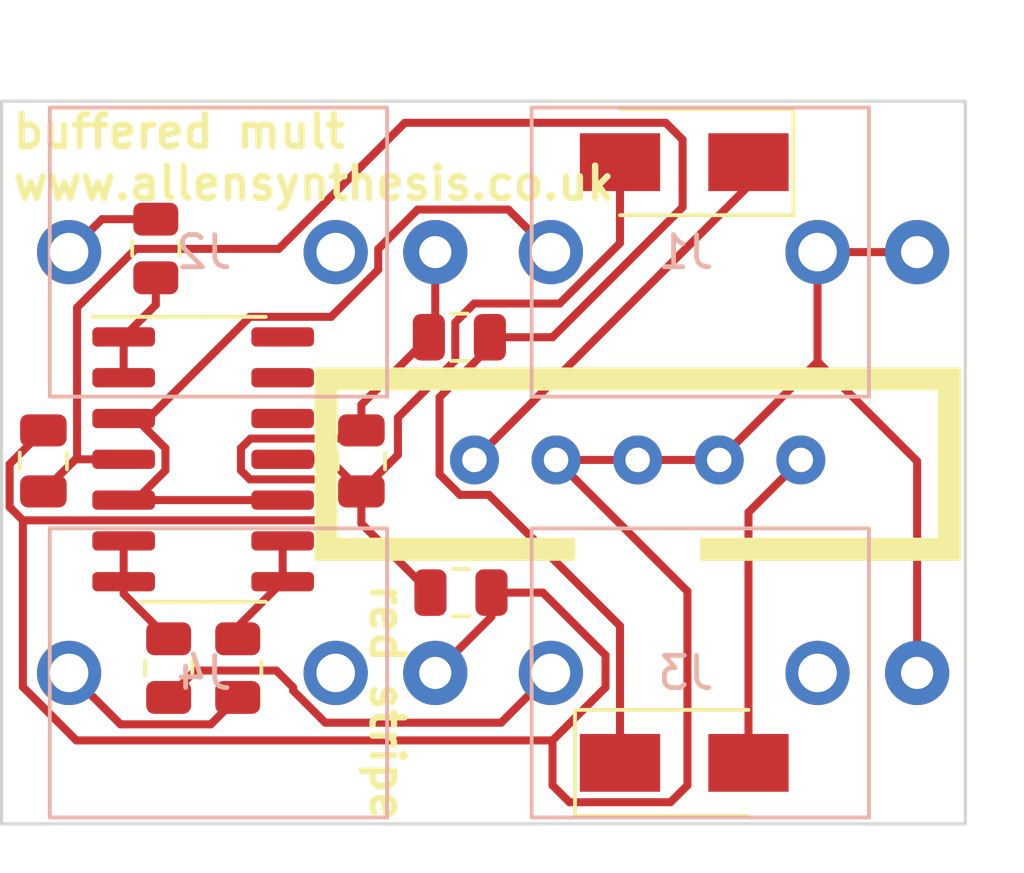
<source format=kicad_pcb>
(kicad_pcb (version 20211014) (generator pcbnew)
  (layers (0 "F.Cu" signal) (31 "B.Cu" signal) (34 "B.Paste" user) (35 "F.Paste" user) (36 "B.SilkS" user "B.Silkscreen") (37 "F.SilkS" user "F.Silkscreen") (38 "B.Mask" user) (39 "F.Mask" user) (44 "Edge.Cuts" user))
  (net 0 "")
  (net 1 "+12V")
  (net 2 "Earth")
  (net 3 "-12V")
  (net 5 "Net-(J2-Pad3)")
  (net 7 "Net-(J3-Pad3)")
  (net 9 "Net-(J4-Pad3)")
  (net 10 "Net-(R3-Pad1)")
  (net 11 "Net-(R2-Pad1)")
  (net 12 "Net-(R1-Pad1)")
  (net 13 "Net-(J5-Pad5)")
  (net 14 "Net-(J5-Pad1)")
  (net 15 "Net-(J1-Pad3)")
  (footprint "Diode_SMD:D_SMA" (layer "F.Cu") (at 21.25 1.9 180)
    (fp_text reference "D2" hide)
    (fp_text value "DIODE_JLC")
    (fp_line (start -3.4 -1.65) (end 2 -1.65) (layer "F.SilkS") (width 0.12))
    (fp_line (start -3.4 1.65) (end 2 1.65) (layer "F.SilkS") (width 0.12))
    (fp_line (start -3.4 -1.65) (end -3.4 1.65) (layer "F.SilkS") (width 0.12))
    (pad "1" smd rect (at -2 0 180) (size 2.5 1.8) (layers "F.Cu" "F.Paste" "F.Mask") (net 14 "Net-(J5-Pad1)"))
    (pad "2" smd rect (at 2 0 180) (size 2.5 1.8) (layers "F.Cu" "F.Paste" "F.Mask") (net 3 "-12V"))
  )
  (footprint "Resistor_SMD:R_0805_2012Metric" (layer "F.Cu") (at 7.35 17.65 -90)
    (fp_text reference "R3" hide)
    (fp_text value "1K")
    (fp_line (start -0.227064 -0.735) (end 0.227064 -0.735) (layer "F.SilkS") (width 0.12))
    (fp_line (start -0.227064 0.735) (end 0.227064 0.735) (layer "F.SilkS") (width 0.12))
    (pad "1" smd roundrect (at -0.9125 0 270) (size 1.025 1.4) (layers "F.Cu" "F.Paste" "F.Mask") (roundrect_rratio 0.243902439) (net 10 "Net-(R3-Pad1)"))
    (pad "2" smd roundrect (at 0.9125 0 270) (size 1.025 1.4) (layers "F.Cu" "F.Paste" "F.Mask") (roundrect_rratio 0.243902439) (net 9 "Net-(J4-Pad3)"))
  )
  (footprint "Capacitor_SMD:C_0805_2012Metric" (layer "F.Cu") (at 14.3 15.3 180)
    (fp_text reference "C2" hide)
    (fp_text value "10u")
    (fp_line (start -0.261252 0.735) (end 0.261252 0.735) (layer "F.SilkS") (width 0.12))
    (fp_line (start -0.261252 -0.735) (end 0.261252 -0.735) (layer "F.SilkS") (width 0.12))
    (pad "1" smd roundrect (at -0.95 0 180) (size 1 1.45) (layers "F.Cu" "F.Paste" "F.Mask") (net 2 "Earth"))
    (pad "2" smd roundrect (at 0.95 0 180) (size 1 1.45) (layers "F.Cu" "F.Paste" "F.Mask") (net 3 "-12V"))
  )
  (footprint "Eurorack:Eurorack Power Header Unlabeled Half" (layer "F.Cu") (at 19.8 9.9 180)
    (fp_text reference "J5" hide)
    (fp_text value "Eurorack Power Connector Half")
    (fp_poly (pts (xy -10 1.55) (xy 10 1.55) (xy 10 -4.35) (xy 2 -4.35) (xy 2 -3.75) (xy 9.4 -3.75) (xy 9.4 0.95) (xy -9.4 0.95) (xy -9.4 -3.75) (xy -2 -3.75) (xy -2 -4.35) (xy -10 -4.35)) (layer "F.SilkS") (width 0.12) (fill solid))
    (pad "1" thru_hole circle (at 5.08 -1.27 180) (size 1.524 1.524) (drill 0.762) (layers *.Cu *.Mask) (net 14 "Net-(J5-Pad1)"))
    (pad "2" thru_hole circle (at 2.54 -1.27 180) (size 1.524 1.524) (drill 0.762) (layers *.Cu *.Mask) (net 2 "Earth"))
    (pad "3" thru_hole circle (at 0 -1.27 180) (size 1.524 1.524) (drill 0.762) (layers *.Cu *.Mask) (net 2 "Earth"))
    (pad "4" thru_hole circle (at -2.54 -1.27 180) (size 1.524 1.524) (drill 0.762) (layers *.Cu *.Mask) (net 2 "Earth"))
    (pad "5" thru_hole circle (at -5.08 -1.27 180) (size 1.524 1.524) (drill 0.762) (layers *.Cu *.Mask) (net 13 "Net-(J5-Pad5)"))
  )
  (footprint "Resistor_SMD:R_0805_2012Metric" (layer "F.Cu") (at 5.2 17.65 -90)
    (fp_text reference "R2" hide)
    (fp_text value "1K")
    (fp_line (start -0.227064 -0.735) (end 0.227064 -0.735) (layer "F.SilkS") (width 0.12))
    (fp_line (start -0.227064 0.735) (end 0.227064 0.735) (layer "F.SilkS") (width 0.12))
    (pad "1" smd roundrect (at -0.9125 0 270) (size 1.025 1.4) (layers "F.Cu" "F.Paste" "F.Mask") (roundrect_rratio 0.243902439) (net 11 "Net-(R2-Pad1)"))
    (pad "2" smd roundrect (at 0.9125 0 270) (size 1.025 1.4) (layers "F.Cu" "F.Paste" "F.Mask") (roundrect_rratio 0.243902439) (net 7 "Net-(J3-Pad3)"))
  )
  (footprint "Capacitor_SMD:C_0805_2012Metric" (layer "F.Cu") (at 14.25 7.35 180)
    (fp_text reference "C1" hide)
    (fp_text value "10u")
    (fp_line (start -0.261252 0.735) (end 0.261252 0.735) (layer "F.SilkS") (width 0.12))
    (fp_line (start -0.261252 -0.735) (end 0.261252 -0.735) (layer "F.SilkS") (width 0.12))
    (pad "1" smd roundrect (at -0.95 0 180) (size 1 1.45) (layers "F.Cu" "F.Paste" "F.Mask") (net 1 "+12V"))
    (pad "2" smd roundrect (at 0.95 0 180) (size 1 1.45) (layers "F.Cu" "F.Paste" "F.Mask") (net 2 "Earth"))
  )
  (footprint "Capacitor_SMD:C_0805_2012Metric" (layer "F.Cu") (at 11.2 11.2 -90)
    (fp_text reference "C4" hide)
    (fp_text value "100n")
    (fp_line (start -0.261252 0.735) (end 0.261252 0.735) (layer "F.SilkS") (width 0.12))
    (fp_line (start -0.261252 -0.735) (end 0.261252 -0.735) (layer "F.SilkS") (width 0.12))
    (pad "1" smd roundrect (at -0.95 0 270) (size 1 1.45) (layers "F.Cu" "F.Paste" "F.Mask") (net 2 "Earth"))
    (pad "2" smd roundrect (at 0.95 0 270) (size 1 1.45) (layers "F.Cu" "F.Paste" "F.Mask") (net 3 "-12V"))
  )
  (footprint "Diode_SMD:D_SMA" (layer "F.Cu") (at 21.25 20.6)
    (fp_text reference "D1" hide)
    (fp_text value "DIODE_JLC")
    (fp_line (start -3.4 1.65) (end 2 1.65) (layer "F.SilkS") (width 0.12))
    (fp_line (start -3.4 -1.65) (end 2 -1.65) (layer "F.SilkS") (width 0.12))
    (fp_line (start -3.4 -1.65) (end -3.4 1.65) (layer "F.SilkS") (width 0.12))
    (pad "1" smd rect (at -2 0) (size 2.5 1.8) (layers "F.Cu" "F.Paste" "F.Mask") (net 1 "+12V"))
    (pad "2" smd rect (at 2 0) (size 2.5 1.8) (layers "F.Cu" "F.Paste" "F.Mask") (net 13 "Net-(J5-Pad5)"))
  )
  (footprint "Package_SO:SOIC-14_3.9x8.7mm_P1.27mm" (layer "F.Cu") (at 6.275 11.15)
    (fp_text reference "IC1" hide)
    (fp_text value "TL074")
    (fp_line (start 0 -4.435) (end 1.95 -4.435) (layer "F.SilkS") (width 0.12))
    (fp_line (start 0 -4.435) (end -3.45 -4.435) (layer "F.SilkS") (width 0.12))
    (fp_line (start 0 4.435) (end 1.95 4.435) (layer "F.SilkS") (width 0.12))
    (fp_line (start 0 4.435) (end -1.95 4.435) (layer "F.SilkS") (width 0.12))
    (pad "1" smd roundrect (at -2.475 -3.81) (size 1.95 0.6) (layers "F.Cu" "F.Paste" "F.Mask") (net 12 "Net-(R1-Pad1)"))
    (pad "2" smd roundrect (at -2.475 -2.54) (size 1.95 0.6) (layers "F.Cu" "F.Paste" "F.Mask") (net 12 "Net-(R1-Pad1)"))
    (pad "3" smd roundrect (at -2.475 -1.27) (size 1.95 0.6) (layers "F.Cu" "F.Paste" "F.Mask") (net 15 "Net-(J1-Pad3)"))
    (pad "4" smd roundrect (at -2.475 0) (size 1.95 0.6) (layers "F.Cu" "F.Paste" "F.Mask") (net 1 "+12V"))
    (pad "5" smd roundrect (at -2.475 1.27) (size 1.95 0.6) (layers "F.Cu" "F.Paste" "F.Mask") (net 15 "Net-(J1-Pad3)"))
    (pad "6" smd roundrect (at -2.475 2.54) (size 1.95 0.6) (layers "F.Cu" "F.Paste" "F.Mask") (net 11 "Net-(R2-Pad1)"))
    (pad "7" smd roundrect (at -2.475 3.81) (size 1.95 0.6) (layers "F.Cu" "F.Paste" "F.Mask") (net 11 "Net-(R2-Pad1)"))
    (pad "8" smd roundrect (at 2.475 3.81) (size 1.95 0.6) (layers "F.Cu" "F.Paste" "F.Mask") (net 10 "Net-(R3-Pad1)"))
    (pad "9" smd roundrect (at 2.475 2.54) (size 1.95 0.6) (layers "F.Cu" "F.Paste" "F.Mask") (net 10 "Net-(R3-Pad1)"))
    (pad "10" smd roundrect (at 2.475 1.27) (size 1.95 0.6) (layers "F.Cu" "F.Paste" "F.Mask") (net 15 "Net-(J1-Pad3)"))
    (pad "11" smd roundrect (at 2.475 0) (size 1.95 0.6) (layers "F.Cu" "F.Paste" "F.Mask") (net 3 "-12V"))
    (pad "12" smd roundrect (at 2.475 -1.27) (size 1.95 0.6) (layers "F.Cu" "F.Paste" "F.Mask"))
    (pad "13" smd roundrect (at 2.475 -2.54) (size 1.95 0.6) (layers "F.Cu" "F.Paste" "F.Mask"))
    (pad "14" smd roundrect (at 2.475 -3.81) (size 1.95 0.6) (layers "F.Cu" "F.Paste" "F.Mask"))
  )
  (footprint "Resistor_SMD:R_0805_2012Metric" (layer "F.Cu") (at 4.8 4.5875 90)
    (fp_text reference "R1" hide)
    (fp_text value "1K")
    (fp_line (start -0.227064 -0.735) (end 0.227064 -0.735) (layer "F.SilkS") (width 0.12))
    (fp_line (start -0.227064 0.735) (end 0.227064 0.735) (layer "F.SilkS") (width 0.12))
    (pad "1" smd roundrect (at -0.9125 0 90) (size 1.025 1.4) (layers "F.Cu" "F.Paste" "F.Mask") (roundrect_rratio 0.243902439) (net 12 "Net-(R1-Pad1)"))
    (pad "2" smd roundrect (at 0.9125 0 90) (size 1.025 1.4) (layers "F.Cu" "F.Paste" "F.Mask") (roundrect_rratio 0.243902439) (net 5 "Net-(J2-Pad3)"))
  )
  (footprint "Capacitor_SMD:C_0805_2012Metric" (layer "F.Cu") (at 1.3 11.2 90)
    (fp_text reference "C3" hide)
    (fp_text value "100n")
    (fp_line (start -0.261252 0.735) (end 0.261252 0.735) (layer "F.SilkS") (width 0.12))
    (fp_line (start -0.261252 -0.735) (end 0.261252 -0.735) (layer "F.SilkS") (width 0.12))
    (pad "1" smd roundrect (at -0.95 0 90) (size 1 1.45) (layers "F.Cu" "F.Paste" "F.Mask") (net 1 "+12V"))
    (pad "2" smd roundrect (at 0.95 0 90) (size 1 1.45) (layers "F.Cu" "F.Paste" "F.Mask") (net 2 "Earth"))
  )
  (footprint "Eurorack:Thonkiconn Mono Jack" (layer "B.Cu") (at 22.5 4.7 180)
    (fp_text reference "J1" (at 1.2 0 unlocked) (layer "B.SilkS") (effects (justify mirror)))
    (fp_text value "Mult In 1")
    (fp_rect (start -4.5 -4.5) (end 6 4.5) (layer "B.SilkS") (width 0.12) (fill none))
    (pad "1" thru_hole circle (at -6 0 180) (size 2 2) (drill 1) (layers *.Cu *.Mask) (net 2 "Earth"))
    (pad "2" thru_hole circle (at -2.9 0 180) (size 2 2) (drill 1.2) (layers *.Cu *.Mask) (net 2 "Earth"))
    (pad "3" thru_hole circle (at 5.4 0 180) (size 2 2) (drill 1.2) (layers *.Cu *.Mask) (net 15 "Net-(J1-Pad3)"))
  )
  (footprint "Eurorack:Thonkiconn Mono Jack" (layer "B.Cu") (at 7.5 17.8 180)
    (fp_text reference "J4" (at 1.2 0 unlocked) (layer "B.SilkS") (effects (justify mirror)))
    (fp_text value "Mult Out 3")
    (fp_rect (start -4.5 -4.5) (end 6 4.5) (layer "B.SilkS") (width 0.12) (fill none))
    (pad "1" thru_hole circle (at -6 0 180) (size 2 2) (drill 1) (layers *.Cu *.Mask) (net 2 "Earth"))
    (pad "2" thru_hole circle (at -2.9 0 180) (size 2 2) (drill 1.2) (layers *.Cu *.Mask))
    (pad "3" thru_hole circle (at 5.4 0 180) (size 2 2) (drill 1.2) (layers *.Cu *.Mask) (net 9 "Net-(J4-Pad3)"))
  )
  (footprint "Eurorack:Thonkiconn Mono Jack" (layer "B.Cu") (at 22.5 17.8 180)
    (fp_text reference "J3" (at 1.2 0 unlocked) (layer "B.SilkS") (effects (justify mirror)))
    (fp_text value "Mult Out 2")
    (fp_rect (start -4.5 -4.5) (end 6 4.5) (layer "B.SilkS") (width 0.12) (fill none))
    (pad "1" thru_hole circle (at -6 0 180) (size 2 2) (drill 1) (layers *.Cu *.Mask) (net 2 "Earth"))
    (pad "2" thru_hole circle (at -2.9 0 180) (size 2 2) (drill 1.2) (layers *.Cu *.Mask))
    (pad "3" thru_hole circle (at 5.4 0 180) (size 2 2) (drill 1.2) (layers *.Cu *.Mask) (net 7 "Net-(J3-Pad3)"))
  )
  (footprint "Eurorack:Thonkiconn Mono Jack" (layer "B.Cu") (at 7.5 4.7 180)
    (fp_text reference "J2" (at 1.2 0 unlocked) (layer "B.SilkS") (effects (justify mirror)))
    (fp_text value "Mult Out 1")
    (fp_rect (start -4.5 -4.5) (end 6 4.5) (layer "B.SilkS") (width 0.12) (fill none))
    (pad "1" thru_hole circle (at -6 0 180) (size 2 2) (drill 1) (layers *.Cu *.Mask) (net 2 "Earth"))
    (pad "2" thru_hole circle (at -2.9 0 180) (size 2 2) (drill 1.2) (layers *.Cu *.Mask))
    (pad "3" thru_hole circle (at 5.4 0 180) (size 2 2) (drill 1.2) (layers *.Cu *.Mask) (net 5 "Net-(J2-Pad3)"))
  )
  (gr_rect (start 0 0) (end 30 22.5) (layer "Edge.Cuts") (width 0.1) (fill none))
  (gr_text "buffered mult\nwww.allensynthesis.co.uk\n" (at 0.25 1.75) (layer "F.SilkS") (effects (font (size 1 1) (thickness 0.2)) (justify left)))
  (gr_text "red\n" (at 12 16.25 270) (layer "F.SilkS") (effects (font (size 1 1) (thickness 0.2))))
  (gr_text "stripe\n" (at 12 20.25 270) (layer "F.SilkS") (effects (font (size 1 1) (thickness 0.2))))
  (segment (start 2.34952 6.425487) (end 4.175007 4.6) (width 0.25) (layer "F.Cu") (net 1))
  (segment (start 2.3 11.15) (end 2.34952 11.10048) (width 0.25) (layer "F.Cu") (net 1))
  (segment (start 20.675489 0.675489) (end 21.2 1.2) (width 0.25) (layer "F.Cu") (net 1))
  (segment (start 8.626857 4.6) (end 12.551368 0.675489) (width 0.25) (layer "F.Cu") (net 1))
  (segment (start 15.170049 12.256511) (end 14.269951 12.256511) (width 0.25) (layer "F.Cu") (net 1))
  (segment (start 21.2 3.3) (end 17.15 7.35) (width 0.25) (layer "F.Cu") (net 1))
  (segment (start 21.2 1.2) (end 21.2 3.3) (width 0.25) (layer "F.Cu") (net 1))
  (segment (start 12.551368 0.675489) (end 20.675489 0.675489) (width 0.25) (layer "F.Cu") (net 1))
  (segment (start 19.25 20.6) (end 19.25 16.336462) (width 0.25) (layer "F.Cu") (net 1))
  (segment (start 14.269951 12.256511) (end 13.633489 11.620049) (width 0.25) (layer "F.Cu") (net 1))
  (segment (start 15.2 7.65) (end 15.2 7.35) (width 0.25) (layer "F.Cu") (net 1))
  (segment (start 13.633489 9.216511) (end 15.2 7.65) (width 0.25) (layer "F.Cu") (net 1))
  (segment (start 19.25 16.336462) (end 15.170049 12.256511) (width 0.25) (layer "F.Cu") (net 1))
  (segment (start 1.3 12.15) (end 2.3 11.15) (width 0.25) (layer "F.Cu") (net 1))
  (segment (start 17.15 7.35) (end 15.2 7.35) (width 0.25) (layer "F.Cu") (net 1))
  (segment (start 2.3 11.15) (end 3.8 11.15) (width 0.25) (layer "F.Cu") (net 1))
  (segment (start 13.633489 11.620049) (end 13.633489 9.216511) (width 0.25) (layer "F.Cu") (net 1))
  (segment (start 4.175007 4.6) (end 8.626857 4.6) (width 0.25) (layer "F.Cu") (net 1))
  (segment (start 2.34952 11.10048) (end 2.34952 6.425487) (width 0.25) (layer "F.Cu") (net 1))
  (segment (start 9.775 11.77452) (end 10.04952 12.04904) (width 0.25) (layer "F.Cu") (net 2))
  (segment (start 10.04952 12.04904) (end 10.04952 12.766552) (width 0.25) (layer "F.Cu") (net 2))
  (segment (start 25.4 4.7) (end 28.5 4.7) (width 0.25) (layer "F.Cu") (net 2))
  (segment (start 0.25 11.3) (end 1.3 10.25) (width 0.25) (layer "F.Cu") (net 2))
  (segment (start 21.35 21.299022) (end 21.35 15.26) (width 0.25) (layer "F.Cu") (net 2))
  (segment (start 7.45048 11.496552) (end 7.728448 11.77452) (width 0.25) (layer "F.Cu") (net 2))
  (segment (start 2.327835 19.900978) (end 17.15 19.900978) (width 0.25) (layer "F.Cu") (net 2))
  (segment (start 18.80048 17.25048) (end 18.80048 18.250498) (width 0.25) (layer "F.Cu") (net 2))
  (segment (start 11.2 10.25) (end 10.94548 10.50452) (width 0.25) (layer "F.Cu") (net 2))
  (segment (start 7.45048 10.803448) (end 7.45048 11.496552) (width 0.25) (layer "F.Cu") (net 2))
  (segment (start 20.824511 21.824511) (end 21.35 21.299022) (width 0.25) (layer "F.Cu") (net 2))
  (segment (start 25.4 4.7) (end 25.4 8.11) (width 0.25) (layer "F.Cu") (net 2))
  (segment (start 19.8 11.17) (end 22.34 11.17) (width 0.25) (layer "F.Cu") (net 2))
  (segment (start 17.675489 21.824511) (end 20.824511 21.824511) (width 0.25) (layer "F.Cu") (net 2))
  (segment (start 25.4 8.11) (end 22.34 11.17) (width 0.25) (layer "F.Cu") (net 2))
  (segment (start 28.5 11.21) (end 25.4 8.11) (width 0.25) (layer "F.Cu") (net 2))
  (segment (start 21.35 15.26) (end 17.26 11.17) (width 0.25) (layer "F.Cu") (net 2))
  (segment (start 0.662507 13.05) (end 0.662507 18.23565) (width 0.25) (layer "F.Cu") (net 2))
  (segment (start 13.5 4.7) (end 13.5 7.15) (width 0.25) (layer "F.Cu") (net 2))
  (segment (start 28.5 17.8) (end 28.5 11.21) (width 0.25) (layer "F.Cu") (net 2))
  (segment (start 13.5 17.8) (end 15.25 16.05) (width 0.25) (layer "F.Cu") (net 2))
  (segment (start 17.15 19.900978) (end 17.15 21.299022) (width 0.25) (layer "F.Cu") (net 2))
  (segment (start 13.5 7.15) (end 11.2 9.45) (width 0.25) (layer "F.Cu") (net 2))
  (segment (start 11.2 9.45) (end 11.2 10.25) (width 0.25) (layer "F.Cu") (net 2))
  (segment (start 10.94548 10.50452) (end 7.749408 10.50452) (width 0.25) (layer "F.Cu") (net 2))
  (segment (start 17.26 11.17) (end 19.8 11.17) (width 0.25) (layer "F.Cu") (net 2))
  (segment (start 0.25 12.637493) (end 0.25 11.3) (width 0.25) (layer "F.Cu") (net 2))
  (segment (start 10.04952 12.766552) (end 9.766072 13.05) (width 0.25) (layer "F.Cu") (net 2))
  (segment (start 7.728448 11.77452) (end 9.775 11.77452) (width 0.25) (layer "F.Cu") (net 2))
  (segment (start 18.80048 18.250498) (end 17.15 19.900978) (width 0.25) (layer "F.Cu") (net 2))
  (segment (start 16.85 15.3) (end 18.80048 17.25048) (width 0.25) (layer "F.Cu") (net 2))
  (segment (start 0.662507 13.05) (end 0.25 12.637493) (width 0.25) (layer "F.Cu") (net 2))
  (segment (start 17.15 21.299022) (end 17.675489 21.824511) (width 0.25) (layer "F.Cu") (net 2))
  (segment (start 0.662507 18.23565) (end 2.327835 19.900978) (width 0.25) (layer "F.Cu") (net 2))
  (segment (start 15.25 15.3) (end 16.85 15.3) (width 0.25) (layer "F.Cu") (net 2))
  (segment (start 9.766072 13.05) (end 0.662507 13.05) (width 0.25) (layer "F.Cu") (net 2))
  (segment (start 15.25 16.05) (end 15.25 15.3) (width 0.25) (layer "F.Cu") (net 2))
  (segment (start 7.749408 10.50452) (end 7.45048 10.803448) (width 0.25) (layer "F.Cu") (net 2))
  (segment (start 10.2 11.15) (end 8.75 11.15) (width 0.25) (layer "F.Cu") (net 3))
  (segment (start 13.35 15.3) (end 11.2 13.15) (width 0.25) (layer "F.Cu") (net 3))
  (segment (start 19.25 4.423143) (end 17.372663 6.30048) (width 0.25) (layer "F.Cu") (net 3))
  (segment (start 17.372663 6.30048) (end 14.712027 6.30048) (width 0.25) (layer "F.Cu") (net 3))
  (segment (start 12.337493 11.012507) (end 11.2 12.15) (width 0.25) (layer "F.Cu") (net 3))
  (segment (start 11.2 13.15) (end 11.2 12.15) (width 0.25) (layer "F.Cu") (net 3))
  (segment (start 14.712027 6.30048) (end 14.12452 6.887987) (width 0.25) (layer "F.Cu") (net 3))
  (segment (start 14.12452 8.062973) (end 12.337493 9.85) (width 0.25) (layer "F.Cu") (net 3))
  (segment (start 19.25 1.9) (end 19.25 4.423143) (width 0.25) (layer "F.Cu") (net 3))
  (segment (start 14.12452 6.887987) (end 14.12452 8.062973) (width 0.25) (layer "F.Cu") (net 3))
  (segment (start 12.337493 9.85) (end 12.337493 11.012507) (width 0.25) (layer "F.Cu") (net 3))
  (segment (start 11.2 12.15) (end 10.2 11.15) (width 0.25) (layer "F.Cu") (net 3))
  (segment (start 2.1 4.7) (end 3.125 3.675) (width 0.25) (layer "F.Cu") (net 5))
  (segment (start 3.125 3.675) (end 4.8 3.675) (width 0.25) (layer "F.Cu") (net 5))
  (segment (start 15.55 19.35) (end 17.1 17.8) (width 0.25) (layer "F.Cu") (net 7))
  (segment (start 8.552337 17.72548) (end 9.075489 18.248632) (width 0.25) (layer "F.Cu") (net 7))
  (segment (start 5.2 18.5625) (end 6.03702 17.72548) (width 0.25) (layer "F.Cu") (net 7))
  (segment (start 10.076857 19.35) (end 15.55 19.35) (width 0.25) (layer "F.Cu") (net 7))
  (segment (start 6.03702 17.72548) (end 8.552337 17.72548) (width 0.25) (layer "F.Cu") (net 7))
  (segment (start 9.075489 18.348632) (end 10.076857 19.35) (width 0.25) (layer "F.Cu") (net 7))
  (segment (start 9.075489 18.248632) (end 9.075489 18.348632) (width 0.25) (layer "F.Cu") (net 7))
  (segment (start 3.69952 19.39952) (end 6.51298 19.39952) (width 0.25) (layer "F.Cu") (net 9))
  (segment (start 6.51298 19.39952) (end 7.35 18.5625) (width 0.25) (layer "F.Cu") (net 9))
  (segment (start 2.1 17.8) (end 3.69952 19.39952) (width 0.25) (layer "F.Cu") (net 9))
  (segment (start 8.75 14.96) (end 8.75 13.69) (width 0.25) (layer "F.Cu") (net 10))
  (segment (start 7.35 16.36) (end 8.75 14.96) (width 0.25) (layer "F.Cu") (net 10))
  (segment (start 7.35 16.7375) (end 7.35 16.36) (width 0.25) (layer "F.Cu") (net 10))
  (segment (start 3.8 14.96) (end 3.8 15.3375) (width 0.25) (layer "F.Cu") (net 11))
  (segment (start 3.8 15.3375) (end 5.2 16.7375) (width 0.25) (layer "F.Cu") (net 11))
  (segment (start 3.8 13.69) (end 3.8 14.96) (width 0.25) (layer "F.Cu") (net 11))
  (segment (start 4.8 6.34) (end 3.8 7.34) (width 0.25) (layer "F.Cu") (net 12))
  (segment (start 3.8 7.34) (end 3.8 8.61) (width 0.25) (layer "F.Cu") (net 12))
  (segment (start 4.8 5.5) (end 4.8 6.34) (width 0.25) (layer "F.Cu") (net 12))
  (segment (start 23.25 12.8) (end 24.88 11.17) (width 0.25) (layer "F.Cu") (net 13))
  (segment (start 23.25 20.6) (end 23.25 12.8) (width 0.25) (layer "F.Cu") (net 13))
  (segment (start 23.25 1.9) (end 23.25 2.64) (width 0.25) (layer "F.Cu") (net 14))
  (segment (start 23.25 2.64) (end 14.72 11.17) (width 0.25) (layer "F.Cu") (net 14))
  (segment (start 3.8 9.88) (end 4.176072 9.88) (width 0.25) (layer "F.Cu") (net 15))
  (segment (start 12.951368 3.375489) (end 11.724511 4.602346) (width 0.25) (layer "F.Cu") (net 15))
  (segment (start 3.8 12.42) (end 8.75 12.42) (width 0.25) (layer "F.Cu") (net 15))
  (segment (start 4.176072 12.42) (end 3.8 12.42) (width 0.25) (layer "F.Cu") (net 15))
  (segment (start 11.724511 4.602346) (end 11.724511 5.248632) (width 0.25) (layer "F.Cu") (net 15))
  (segment (start 15.775489 3.375489) (end 12.951368 3.375489) (width 0.25) (layer "F.Cu") (net 15))
  (segment (start 4.176072 9.88) (end 5.1 10.803928) (width 0.25) (layer "F.Cu") (net 15))
  (segment (start 5.1 11.496072) (end 4.176072 12.42) (width 0.25) (layer "F.Cu") (net 15))
  (segment (start 4.563928 9.88) (end 3.8 9.88) (width 0.25) (layer "F.Cu") (net 15))
  (segment (start 11.724511 5.248632) (end 10.257663 6.71548) (width 0.25) (layer "F.Cu") (net 15))
  (segment (start 7.728448 6.71548) (end 4.563928 9.88) (width 0.25) (layer "F.Cu") (net 15))
  (segment (start 17.1 4.7) (end 15.775489 3.375489) (width 0.25) (layer "F.Cu") (net 15))
  (segment (start 5.1 10.803928) (end 5.1 11.496072) (width 0.25) (layer "F.Cu") (net 15))
  (segment (start 10.257663 6.71548) (end 7.728448 6.71548) (width 0.25) (layer "F.Cu") (net 15))
)
</source>
